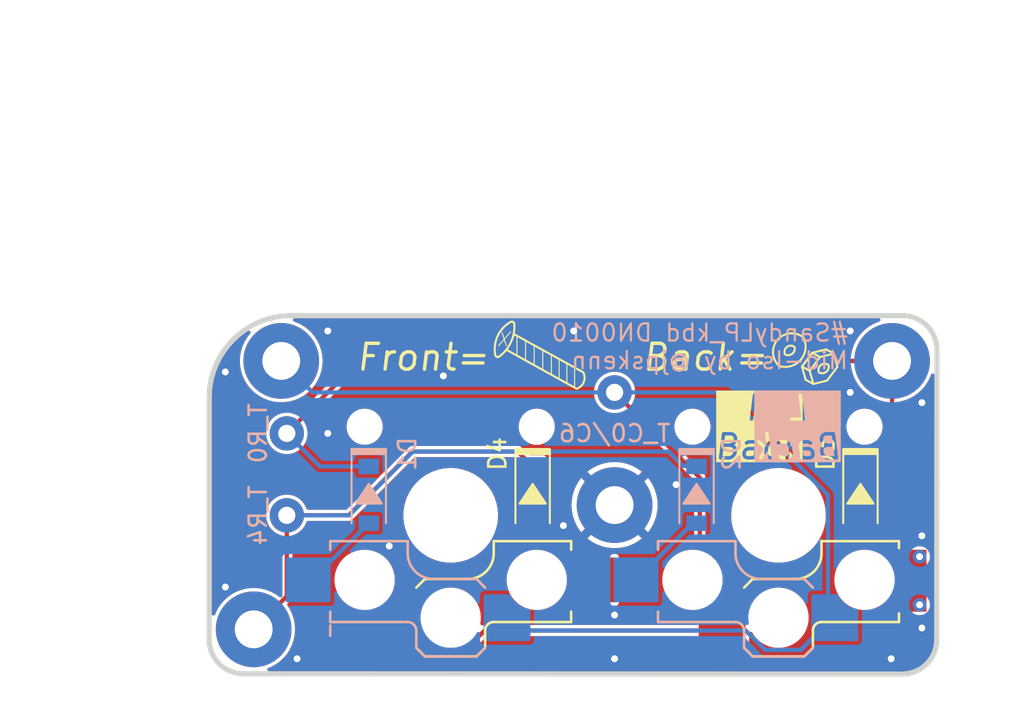
<source format=kicad_pcb>
(kicad_pcb (version 20240108) (generator "pcbnew") (generator_version "8.0")
  (title_block (title "Sandy") (date "2023-01-06") (rev "v.0") (company "@jpskenn"))
  (layers (0 "F.Cu" signal) (31 "B.Cu" signal) (34 "B.Paste" user) (35 "F.Paste" user) (36 "B.SilkS" user "B.Silkscreen") (37 "F.SilkS" user "F.Silkscreen") (38 "B.Mask" user) (39 "F.Mask" user) (44 "Edge.Cuts" user))
  (net 0 "")
  (net 1 "Net-(D1-A)")
  (net 2 "Net-(D2-A)")
  (net 3 "Mid_col0{slash}6")
  (net 4 "Net-(D3-A)")
  (net 5 "Mid_row4")
  (net 6 "Net-(D4-A)")
  (net 7 "Mid_row0")
  (net 8 "GND")
  (footprint "locallib:D_SOD-123_Emphasized_Direction_Line" (layer "F.Cu") (at 44.870935 48.434655 -90)
    (property "Reference" "D4" (at -2.38125 2.040625 90) (layer "F.SilkS"))
    (property "Value" "D")
    (fp_line (start -2.35 1) (end 1.65 1) (stroke (width 0.12)) (layer "F.SilkS"))
    (fp_line (start -2.35 -1) (end 1.65 -1) (stroke (width 0.12)) (layer "F.SilkS"))
    (fp_rect (start -2.375 -1) (end -2.665 1) (stroke (width 0.12)) (fill solid) (layer "F.SilkS"))
    (fp_poly (pts (xy 0.508 0.762) (xy -0.635 0) (xy 0.508 -0.762)) (stroke (width 0.12)) (fill solid) (layer "F.SilkS"))
    (pad "1" smd rect (at -1.65 0 270) (size 0.9 1.2) (layers "F.Cu" "F.Paste" "F.Mask") (net 5 "Mid_row4"))
    (pad "2" smd rect (at 1.65 0 270) (size 0.9 1.2) (layers "F.Cu" "F.Paste" "F.Mask") (net 6 "Net-(D4-A)"))
  )
  (footprint "locallib:SandyLP_outline_Mid_Isolated_Area_gentle_corner" (layer "F.Cu") (at 68.683435 59.15028)
    (property "Reference" "Cutout1" (hide yes))
    (property "Value" "60_Outline" (hide yes))
    (fp_line (start -42.6125 -2.314214) (end -42.6125 -16.36879) (stroke (width 0.3)) (layer "Edge.Cuts"))
    (fp_line (start -40.6125 -0.314214) (end -2.325 -0.3) (stroke (width 0.3)) (layer "Edge.Cuts"))
    (fp_line (start -37.85 -21.13129) (end -2.315 -21.13129) (stroke (width 0.3)) (layer "Edge.Cuts"))
    (fp_line (start -0.325 -2.3) (end -0.315 -19.13129) (stroke (width 0.3)) (layer "Edge.Cuts"))
    (fp_arc (start -42.6125 -16.36879) (mid -41.217596 -19.736386) (end -37.85 -21.13129) (stroke (width 0.3)) (layer "Edge.Cuts"))
    (fp_arc (start -40.6125 -0.314214) (mid -42.026714 -0.9) (end -42.6125 -2.314214) (stroke (width 0.3)) (layer "Edge.Cuts"))
    (fp_arc (start -2.315 -21.13129) (mid -0.900774 -20.545516) (end -0.315 -19.13129) (stroke (width 0.3)) (layer "Edge.Cuts"))
    (fp_arc (start -0.325 -2.3) (mid -0.910786 -0.885786) (end -2.325 -0.3) (stroke (width 0.3)) (layer "Edge.Cuts"))
  )
  (footprint "locallib:ICON_Screw_Long_Medium" (layer "F.Cu") (at 48.909729 40.961499 90)
    (property "Reference" "REF**")
    (property "Value" "ICON_Screw_Long_Medium")
    (fp_line (start 1.200117 -6.018574) (end 2.000117 -5.318574) (stroke (width 0.06)) (layer "F.SilkS"))
    (fp_line (start 1.950117 -5.818574) (end 1.200117 -5.568574) (stroke (width 0.06)) (layer "F.SilkS"))
    (fp_line (start 0.95 -5.55) (end -1.3 -1.5) (stroke (width 0.12)) (layer "F.SilkS"))
    (fp_line (start 1.85 -5.1) (end -0.35 -1.1) (stroke (width 0.12)) (layer "F.SilkS"))
    (fp_line (start 0.675 -4.95) (end 1.725 -4.95) (stroke (width 0.06)) (layer "F.SilkS"))
    (fp_line (start 0.375 -4.45) (end 1.425 -4.45) (stroke (width 0.06)) (layer "F.SilkS"))
    (fp_line (start 0.125 -3.95) (end 1.175 -3.95) (stroke (width 0.06)) (layer "F.SilkS"))
    (fp_line (start -0.175 -3.45) (end 0.875 -3.45) (stroke (width 0.06)) (layer "F.SilkS"))
    (fp_line (start -0.425 -2.95) (end 0.625 -2.95) (stroke (width 0.06)) (layer "F.SilkS"))
    (fp_line (start -0.675 -2.5) (end 0.375 -2.5) (stroke (width 0.06)) (layer "F.SilkS"))
    (fp_line (start -0.925 -2.05) (end 0.125 -2.05) (stroke (width 0.06)) (layer "F.SilkS"))
    (fp_line (start -1.175 -1.6) (end -0.125 -1.6) (stroke (width 0.06)) (layer "F.SilkS"))
    (fp_arc (start 0.665318 -6.21362) (mid 1.74926 -6.077071) (end 2.5615 -5.346425) (stroke (width 0.12)) (layer "F.SilkS"))
    (fp_arc (start 0.582958 -5.961016) (mid 0.542323 -6.113993) (end 0.665318 -6.21362) (stroke (width 0.12)) (layer "F.SilkS"))
    (fp_arc (start 2.557784 -5.343159) (mid 2.58557 -5.201266) (end 2.475824 -5.107132) (stroke (width 0.12)) (layer "F.SilkS"))
    (fp_arc (start 2.475824 -5.107131) (mid 1.399999 -5.299999) (end 0.555319 -5.993622) (stroke (width 0.12)) (layer "F.SilkS"))
    (fp_arc (start -0.35 -1.1) (mid -0.918136 -1.068963) (end -1.308578 -1.482842) (stroke (width 0.12)) (layer "F.SilkS"))
  )
  (footprint "locallib:D_SOD-123_Emphasized_Direction_Line" (layer "F.Cu") (at 63.920935 48.434655 -90)
    (property "Reference" "D3" (at -2.38125 2.021875 90) (layer "F.SilkS"))
    (property "Value" "D")
    (fp_line (start -2.35 1) (end 1.65 1) (stroke (width 0.12)) (layer "F.SilkS"))
    (fp_line (start -2.35 -1) (end 1.65 -1) (stroke (width 0.12)) (layer "F.SilkS"))
    (fp_rect (start -2.375 -1) (end -2.665 1) (stroke (width 0.12)) (fill solid) (layer "F.SilkS"))
    (fp_poly (pts (xy 0.508 0.762) (xy -0.635 0) (xy 0.508 -0.762)) (stroke (width 0.12)) (fill solid) (layer "F.SilkS"))
    (pad "1" smd rect (at -1.65 0 270) (size 0.9 1.2) (layers "F.Cu" "F.Paste" "F.Mask") (net 7 "Mid_row0"))
    (pad "2" smd rect (at 1.65 0 270) (size 0.9 1.2) (layers "F.Cu" "F.Paste" "F.Mask") (net 4 "Net-(D3-A)"))
  )
  (footprint "locallib:Kailh_socket_ChocV2_for_Reverse" (layer "F.Cu") (at 40.108435 49.62528)
    (property "Reference" "SW_TAB1")
    (property "Value" "SW_Push")
    (fp_line (start -7 1.5) (end -7 2) (stroke (width 0.15)) (layer "B.SilkS"))
    (fp_line (start -7 5.6) (end -7 6.2) (stroke (width 0.15)) (layer "B.SilkS"))
    (fp_line (start -7 6.2) (end -2.5 6.2) (stroke (width 0.15)) (layer "B.SilkS"))
    (fp_line (start -2.5 1.5) (end -7 1.5) (stroke (width 0.15)) (layer "B.SilkS"))
    (fp_line (start -2.5 2.2) (end -2.5 1.5) (stroke (width 0.15)) (layer "B.SilkS"))
    (fp_line (start -2 6.7) (end -2 7.7) (stroke (width 0.15)) (layer "B.SilkS"))
    (fp_line (start -1.5 8.2) (end -2 7.7) (stroke (width 0.15)) (layer "B.SilkS"))
    (fp_line (start 1.5 3.7) (end -1 3.7) (stroke (width 0.15)) (layer "B.SilkS"))
    (fp_line (start 1.5 8.2) (end -1.5 8.2) (stroke (width 0.15)) (layer "B.SilkS"))
    (fp_line (start 2 4.2) (end 1.5 3.7) (stroke (width 0.15)) (layer "B.SilkS"))
    (fp_line (start 2 7.7) (end 1.5 8.2) (stroke (width 0.15)) (layer "B.SilkS"))
    (fp_arc (start -2.5 6.2) (mid -2.146447 6.346447) (end -2 6.7) (stroke (width 0.15)) (layer "B.SilkS"))
    (fp_arc (start -1 3.7) (mid -2.06066 3.26066) (end -2.5 2.2) (stroke (width 0.15)) (layer "B.SilkS"))
    (pad "" np_thru_hole circle (at -5 3.75) (size 3 3) (drill 3) (layers "*.Cu" "*.Mask"))
    (pad "" np_thru_hole circle (at 0 0) (size 5 5) (drill 5) (layers "*.Cu" "*.Mask"))
    (pad "" np_thru_hole circle (at 0 5.95) (size 3 3) (drill 3) (layers "*.Cu" "*.Mask"))
    (pad "" np_thru_hole circle (at 5 -5.15) (size 1.6 1.6) (drill 1.6) (layers "F&B.Cu" "*.Mask"))
    (pad "1" smd custom (at 2.8125 6.3) (size 1.675 1.9) (layers "B.Cu" "B.Paste" "B.Mask") (net 3 "Mid_col0{slash}6") (options (clearance outline) (anchor rect)) (primitives (gr_poly (pts (xy -0.8375 -1.65) (xy -0.8375 0.95) (xy 1.7625 0.95) (xy 1.7625 -0.78) (xy 1.3075 -0.93) (xy 0.8375 -1.28) (xy 0.5875 -1.65)) (width 0.12) (fill yes))))
    (pad "2" smd rect (at -8.275 3.75) (size 2.6 2.6) (layers "B.Cu" "B.Paste" "B.Mask") (net 1 "Net-(D1-A)"))
  )
  (footprint "locallib:Kailh_socket_ChocV2_for_Reverse" (layer "F.Cu") (at 59.158435 49.62528)
    (property "Reference" "SW_Q1")
    (property "Value" "SW_Push")
    (fp_line (start -7 1.5) (end -7 2) (stroke (width 0.15)) (layer "B.SilkS"))
    (fp_line (start -7 5.6) (end -7 6.2) (stroke (width 0.15)) (layer "B.SilkS"))
    (fp_line (start -7 6.2) (end -2.5 6.2) (stroke (width 0.15)) (layer "B.SilkS"))
    (fp_line (start -2.5 1.5) (end -7 1.5) (stroke (width 0.15)) (layer "B.SilkS"))
    (fp_line (start -2.5 2.2) (end -2.5 1.5) (stroke (width 0.15)) (layer "B.SilkS"))
    (fp_line (start -2 6.7) (end -2 7.7) (stroke (width 0.15)) (layer "B.SilkS"))
    (fp_line (start -1.5 8.2) (end -2 7.7) (stroke (width 0.15)) (layer "B.SilkS"))
    (fp_line (start 1.5 3.7) (end -1 3.7) (stroke (width 0.15)) (layer "B.SilkS"))
    (fp_line (start 1.5 8.2) (end -1.5 8.2) (stroke (width 0.15)) (layer "B.SilkS"))
    (fp_line (start 2 4.2) (end 1.5 3.7) (stroke (width 0.15)) (layer "B.SilkS"))
    (fp_line (start 2 7.7) (end 1.5 8.2) (stroke (width 0.15)) (layer "B.SilkS"))
    (fp_arc (start -2.5 6.2) (mid -2.146447 6.346447) (end -2 6.7) (stroke (width 0.15)) (layer "B.SilkS"))
    (fp_arc (start -1 3.7) (mid -2.06066 3.26066) (end -2.5 2.2) (stroke (width 0.15)) (layer "B.SilkS"))
    (pad "" np_thru_hole circle (at -5 3.75) (size 3 3) (drill 3) (layers "*.Cu" "*.Mask"))
    (pad "" np_thru_hole circle (at 0 0) (size 5 5) (drill 5) (layers "*.Cu" "*.Mask"))
    (pad "" np_thru_hole circle (at 0 5.95) (size 3 3) (drill 3) (layers "*.Cu" "*.Mask"))
    (pad "" np_thru_hole circle (at 5 -5.15) (size 1.6 1.6) (drill 1.6) (layers "F&B.Cu" "*.Mask"))
    (pad "1" smd custom (at 2.8125 6.3) (size 1.675 1.9) (layers "B.Cu" "B.Paste" "B.Mask") (net 3 "Mid_col0{slash}6") (options (clearance outline) (anchor rect)) (primitives (gr_poly (pts (xy -0.8375 -1.65) (xy -0.8375 0.95) (xy 1.7625 0.95) (xy 1.7625 -0.78) (xy 1.3075 -0.93) (xy 0.8375 -1.28) (xy 0.5875 -1.65)) (width 0.12) (fill yes))))
    (pad "2" smd rect (at -8.275 3.75) (size 2.6 2.6) (layers "B.Cu" "B.Paste" "B.Mask") (net 2 "Net-(D2-A)"))
  )
  (footprint "locallib:ICON_Nut & Washer" (layer "F.Cu") (at 58.17168 40.626872 -90)
    (property "Reference" "REF**")
    (property "Value" "ICON_Nut & Washer")
    (fp_line (start 0.35 -2.35) (end 1.115506 -2.56351) (stroke (width 0.12)) (layer "F.SilkS"))
    (fp_line (start 0.35 -2.35) (end 0.6 -2.8) (stroke (width 0.12)) (layer "F.SilkS"))
    (fp_line (start 1.115506 -2.56351) (end 1.365506 -3.01351) (stroke (width 0.12)) (layer "F.SilkS"))
    (fp_line (start 0.6 -2.8) (end 1.365506 -3.01351) (stroke (width 0.12)) (layer "F.SilkS"))
    (fp_line (start -0.45 -2.95) (end 0.35 -2.35) (stroke (width 0.12)) (layer "F.SilkS"))
    (fp_line (start -0.45 -2.95) (end -0.2 -3.4) (stroke (width 0.12)) (layer "F.SilkS"))
    (fp_line (start -0.2 -3.4) (end 0.6 -2.8) (stroke (width 0.12)) (layer "F.SilkS"))
    (fp_line (start -0.65 -3.75) (end -0.45 -2.95) (stroke (width 0.12)) (layer "F.SilkS"))
    (fp_line (start -0.65 -3.75) (end -0.4 -4.2) (stroke (width 0.12)) (layer "F.SilkS"))
    (fp_line (start 1.165506 -3.81351) (end 1.365506 -3.01351) (stroke (width 0.12)) (layer "F.SilkS"))
    (fp_line (start -0.4 -4.2) (end -0.2 -3.4) (stroke (width 0.12)) (layer "F.SilkS"))
    (fp_line (start -0.4 -4.2) (end 0.365506 -4.41351) (stroke (width 0.12)) (layer "F.SilkS"))
    (fp_line (start 0.365506 -4.41351) (end 1.165506 -3.81351) (stroke (width 0.12)) (layer "F.SilkS"))
    (fp_arc (start 0.318942 -1.033187) (mid -1.204301 -0.931784) (end -1.326964 -2.453463) (stroke (width 0.12)) (layer "F.SilkS"))
    (fp_arc (start -0.378178 -1.358526) (mid -0.787708 -1.474534) (end -0.8 -1.9) (stroke (width 0.12)) (layer "F.SilkS"))
    (fp_arc (start -0.777661 -1.925) (mid -0.387758 -1.783483) (end -0.35 -1.370415) (stroke (width 0.12)) (layer "F.SilkS"))
    (fp_arc (start -1.332701 -2.440097) (mid -0.050511 -2.285659) (end 0.325 -1.05) (stroke (width 0.12)) (layer "F.SilkS"))
    (fp_arc (start 0.671822 -3.333526) (mid 0.262252 -3.449499) (end 0.25 -3.875) (stroke (width 0.12)) (layer "F.SilkS"))
    (fp_arc (start 0.272339 -3.9) (mid 0.662245 -3.758486) (end 0.7 -3.345415) (stroke (width 0.12)) (layer "F.SilkS"))
  )
  (footprint "locallib:MountingHole_2.2mm_M2_Pad_minimal" (layer "B.Cu") (at 49.633435 49.029977 180)
    (property "Reference" "H4" (hide yes))
    (property "Value" "MountingHole")
    (pad "1" thru_hole circle (at 0 0 180) (size 4.4 4.4) (drill 2.2) (layers "*.Cu" "*.Mask") (net 8 "GND"))
  )
  (footprint "locallib:D_SOD-123_Emphasized_Direction_Line" (layer "B.Cu") (at 35.345935 48.434655 -90)
    (property "Reference" "D1" (at -2.38125 -2.240625 90) (layer "B.SilkS") (effects (justify mirror)))
    (property "Value" "D")
    (fp_line (start 1.65 1) (end -2.35 1) (stroke (width 0.12)) (layer "B.SilkS"))
    (fp_line (start 1.65 -1) (end -2.35 -1) (stroke (width 0.12)) (layer "B.SilkS"))
    (fp_rect (start -2.665 -1) (end -2.375 1) (stroke (width 0.12)) (fill solid) (layer "B.SilkS"))
    (fp_poly (pts (xy 0.508 -0.762) (xy -0.635 0) (xy 0.508 0.762)) (stroke (width 0.12)) (fill solid) (layer "B.SilkS"))
    (pad "1" smd rect (at -1.65 0 270) (size 0.9 1.2) (layers "B.Cu" "B.Paste" "B.Mask") (net 7 "Mid_row0"))
    (pad "2" smd rect (at 1.65 0 270) (size 0.9 1.2) (layers "B.Cu" "B.Paste" "B.Mask") (net 1 "Net-(D1-A)"))
  )
  (footprint "locallib:TestPoint_THTPad_D2.0mm_Drill1.0mm" (layer "B.Cu") (at 49.633435 42.48153 180)
    (property "Reference" "T_C0/C6" (at 0 -2.38125 0) (layer "B.SilkS") (effects (justify mirror)))
    (property "Value" "Conn_01x01")
    (pad "1" thru_hole circle (at 0 0 180) (size 2 2) (drill 1) (layers "*.Cu" "*.Mask") (net 3 "Mid_col0{slash}6"))
  )
  (footprint "locallib:Kailh_socket_ChocV2_small_#2pad_for_Reverse_no_hole" (layer "B.Cu") (at 59.158435 49.62528 180)
    (property "Reference" "SW_P1")
    (property "Value" "SW_Push")
    (fp_line (start 1.5 -3.7) (end 2 -4.2) (stroke (width 0.15)) (layer "F.SilkS"))
    (fp_line (start 1.5 -8.2) (end 2 -7.7) (stroke (width 0.15)) (layer "F.SilkS"))
    (fp_line (start -1 -3.7) (end 1.5 -3.7) (stroke (width 0.15)) (layer "F.SilkS"))
    (fp_line (start -1.5 -8.2) (end 1.5 -8.2) (stroke (width 0.15)) (layer "F.SilkS"))
    (fp_line (start -2 -7.7) (end -1.5 -8.2) (stroke (width 0.15)) (layer "F.SilkS"))
    (fp_line (start -2 -7.7) (end -2 -6.7) (stroke (width 0.15)) (layer "F.SilkS"))
    (fp_line (start -2.5 -1.5) (end -2.5 -2.2) (stroke (width 0.15)) (layer "F.SilkS"))
    (fp_line (start -2.5 -6.2) (end -7 -6.2) (stroke (width 0.15)) (layer "F.SilkS"))
    (fp_line (start -7 -1.5) (end -2.5 -1.5) (stroke (width 0.15)) (layer "F.SilkS"))
    (fp_line (start -7 -1.9) (end -7 -1.5) (stroke (width 0.15)) (layer "F.SilkS"))
    (fp_line (start -7 -6.2) (end -7 -5.7) (stroke (width 0.15)) (layer "F.SilkS"))
    (fp_arc (start -2 -6.7) (mid -2.146447 -6.346447) (end -2.5 -6.2) (stroke (width 0.15)) (layer "F.SilkS"))
    (fp_arc (start -2.5 -2.2) (mid -2.06066 -3.26066) (end -1 -3.7) (stroke (width 0.15)) (layer "F.SilkS"))
    (pad "" np_thru_hole circle (at -5 -3.75 180) (size 3 3) (drill 3) (layers "*.Cu" "*.Mask"))
    (pad "" np_thru_hole circle (at 5 5.15 180) (size 1.6 1.6) (drill 1.6) (layers "F&B.Cu" "*.Mask"))
    (pad "1" smd custom (at 2.8 -6.3375 180) (size 1.65 1.825) (layers "F.Cu" "F.Paste" "F.Mask") (net 3 "Mid_col0{slash}6") (options (clearance outline) (anchor rect)) (primitives (gr_poly (pts (xy -0.825 1.6875) (xy 0.6 1.6875) (xy 0.85 1.3125) (xy 1.325 0.9625) (xy 1.775 0.8125) (xy 1.775 -0.9125) (xy -0.825 -0.9125)) (width 0.12) (fill yes))))
    (pad "2" thru_hole circle (at -8.2 -5.2 180) (size 0.8 0.8) (drill 0.4) (layers "*.Cu" "*.Mask") (net 4 "Net-(D3-A)"))
    (pad "2" thru_hole circle (at -8.2 -2.4 180) (size 0.8 0.8) (drill 0.4) (layers "*.Cu" "*.Mask") (net 4 "Net-(D3-A)"))
    (pad "2" smd rect (at -7.7875 -3.8 180) (size 1.625 3.6) (layers "F.Cu" "F.Paste" "F.Mask") (net 4 "Net-(D3-A)"))
  )
  (footprint "locallib:MountingHole_2.2mm_M2_Pad_minimal" (layer "B.Cu") (at 28.658435 56.25028 180)
    (property "Reference" "H2" (hide yes))
    (property "Value" "MountingHole")
    (pad "1" thru_hole circle (at 0 0 180) (size 4.4 4.4) (drill 2.2) (layers "*.Cu" "*.Mask") (net 5 "Mid_row4"))
  )
  (footprint "locallib:MountingHole_2.2mm_M2_Pad_minimal" (layer "B.Cu") (at 65.758435 40.65028)
    (property "Reference" "H3" (hide yes))
    (property "Value" "MountingHole")
    (pad "1" thru_hole circle (at 0 0) (size 4.4 4.4) (drill 2.2) (layers "*.Cu" "*.Mask") (net 7 "Mid_row0"))
  )
  (footprint "locallib:MountingHole_2.2mm_M2_Pad_minimal" (layer "B.Cu") (at 30.258435 40.65028)
    (property "Reference" "H1" (hide yes))
    (property "Value" "MountingHole")
    (pad "1" thru_hole circle (at 0 0) (size 4.4 4.4) (drill 2.2) (layers "*.Cu" "*.Mask") (net 3 "Mid_col0{slash}6"))
  )
  (footprint "locallib:TestPoint_THTPad_D2.0mm_Drill1.0mm" (layer "B.Cu") (at 30.583435 44.86278)
    (property "Reference" "T_R0" (at -1.675 0 90) (layer "B.SilkS") (effects (justify mirror)))
    (property "Value" "Conn_01x01")
    (pad "1" thru_hole circle (at 0 0) (size 2 2) (drill 1) (layers "*.Cu" "*.Mask") (net 7 "Mid_row0"))
  )
  (footprint "locallib:D_SOD-123_Emphasized_Direction_Line" (layer "B.Cu") (at 54.395935 48.434655 -90)
    (property "Reference" "D2" (at -2.38125 -2.040625 90) (layer "B.SilkS") (effects (justify mirror)))
    (property "Value" "D")
    (fp_line (start 1.65 1) (end -2.35 1) (stroke (width 0.12)) (layer "B.SilkS"))
    (fp_line (start 1.65 -1) (end -2.35 -1) (stroke (width 0.12)) (layer "B.SilkS"))
    (fp_rect (start -2.665 -1) (end -2.375 1) (stroke (width 0.12)) (fill solid) (layer "B.SilkS"))
    (fp_poly (pts (xy 0.508 -0.762) (xy -0.635 0) (xy 0.508 0.762)) (stroke (width 0.12)) (fill solid) (layer "B.SilkS"))
    (pad "1" smd rect (at -1.65 0 270) (size 0.9 1.2) (layers "B.Cu" "B.Paste" "B.Mask") (net 5 "Mid_row4"))
    (pad "2" smd rect (at 1.65 0 270) (size 0.9 1.2) (layers "B.Cu" "B.Paste" "B.Mask") (net 2 "Net-(D2-A)"))
  )
  (footprint "locallib:Kailh_socket_ChocV2_for_Reverse_no_hole" (layer "B.Cu") (at 40.108435 49.62528 180)
    (property "Reference" "SW_BS1")
    (property "Value" "SW_Push")
    (fp_line (start 7 -7) (end 7 -6.4) (stroke (width 0.15)) (layer "B.SilkS"))
    (fp_line (start 1.5 -3.7) (end 2 -4.2) (stroke (width 0.15)) (layer "F.SilkS"))
    (fp_line (start 1.5 -8.2) (end 2 -7.7) (stroke (width 0.15)) (layer "F.SilkS"))
    (fp_line (start -1 -3.7) (end 1.5 -3.7) (stroke (width 0.15)) (layer "F.SilkS"))
    (fp_line (start -1.5 -8.2) (end 1.5 -8.2) (stroke (width 0.15)) (layer "F.SilkS"))
    (fp_line (start -2 -7.7) (end -1.5 -8.2) (stroke (width 0.15)) (layer "F.SilkS"))
    (fp_line (start -2 -7.7) (end -2 -6.7) (stroke (width 0.15)) (layer "F.SilkS"))
    (fp_line (start -2.5 -1.5) (end -2.5 -2.2) (stroke (width 0.15)) (layer "F.SilkS"))
    (fp_line (start -2.5 -6.2) (end -7 -6.2) (stroke (width 0.15)) (layer "F.SilkS"))
    (fp_line (start -7 -1.5) (end -2.5 -1.5) (stroke (width 0.15)) (layer "F.SilkS"))
    (fp_line (start -7 -2) (end -7 -1.5) (stroke (width 0.15)) (layer "F.SilkS"))
    (fp_line (start -7 -6.2) (end -7 -5.6) (stroke (width 0.15)) (layer "F.SilkS"))
    (fp_arc (start -2 -6.7) (mid -2.146447 -6.346447) (end -2.5 -6.2) (stroke (width 0.15)) (layer "F.SilkS"))
    (fp_arc (start -2.5 -2.2) (mid -2.06066 -3.26066) (end -1 -3.7) (stroke (width 0.15)) (layer "F.SilkS"))
    (pad "" np_thru_hole circle (at -5 -3.75 180) (size 3 3) (drill 3) (layers "*.Cu" "*.Mask"))
    (pad "" np_thru_hole circle (at 5 5.15 180) (size 1.6 1.6) (drill 1.6) (layers "F&B.Cu" "*.Mask"))
    (pad "1" smd custom (at 2.8125 -6.3 180) (size 1.675 1.9) (layers "F.Cu" "F.Paste" "F.Mask") (net 3 "Mid_col0{slash}6") (options (clearance outline) (anchor rect)) (primitives (gr_poly (pts (xy -0.8375 1.65) (xy -0.8375 -0.95) (xy 1.7625 -0.95) (xy 1.7625 0.78) (xy 1.3075 0.93) (xy 0.8375 1.28) (xy 0.5875 1.65)) (width 0.12) (fill yes))))
    (pad "2" smd rect (at -8.275 -3.75 180) (size 2.6 2.6) (layers "F.Cu" "F.Paste" "F.Mask") (net 6 "Net-(D4-A)"))
  )
  (footprint "locallib:TestPoint_THTPad_D2.0mm_Drill1.0mm" (layer "B.Cu") (at 30.583435 49.62528)
    (property "Reference" "T_R4" (at -1.675 0 90) (layer "B.SilkS") (effects (justify mirror)))
    (property "Value" "Conn_01x01")
    (pad "1" thru_hole circle (at 0 0) (size 2 2) (drill 1) (layers "*.Cu" "*.Mask") (net 5 "Mid_row4"))
  )
  (gr_text "L\nBack" (at 60.34906 44.51903 0) (layer "B.SilkS" knockout) (effects (font (size 1.4 1.4) (thickness 0.2) (italic yes)) (justify mirror)))
  (gr_text "#SandyLP_kbd DN0010\nMid-Iso by @jpskenn" (at 63.283435 39.81903 0) (layer "B.SilkS") (effects (font (size 1 1) (thickness 0.13)) (justify left mirror)))
  (gr_text "Back=" (at 54.883435 41.31903 0) (layer "F.SilkS") (effects (font (size 1.5 1.5) (thickness 0.2) (italic yes)) (justify bottom)))
  (gr_text "Front=" (at 38.483435 41.31903 0) (layer "F.SilkS") (effects (font (size 1.5 1.5) (thickness 0.2) (italic yes)) (justify bottom)))
  (gr_text "R\nBack" (at 57.96781 44.51903 0) (layer "F.SilkS" knockout) (effects (font (size 1.4 1.4) (thickness 0.2) (italic yes))))
  (segment (start 31.833435 53.37528) (end 32.05531 53.37528) (width 0.25) (layer "B.Cu") (net 1))
  (segment (start 32.05531 53.37528) (end 35.345935 50.084655) (width 0.25) (layer "B.Cu") (net 1))
  (segment (start 50.883435 53.37528) (end 54.17406 50.084655) (width 0.25) (layer "B.Cu") (net 2))
  (segment (start 54.17406 50.084655) (end 54.395935 50.084655) (width 0.25) (layer "B.Cu") (net 2))
  (segment (start 37.295935 55.92528) (end 38.820935 57.45028) (width 0.25) (layer "F.Cu") (net 3))
  (segment (start 49.633435 42.48153) (end 54.583435 47.43153) (width 0.25) (layer "F.Cu") (net 3))
  (segment (start 40.952185 57.45028) (end 42.083435 56.31903) (width 0.25) (layer "F.Cu") (net 3))
  (segment (start 54.583435 51.11903) (end 56.033435 52.56903) (width 0.25) (layer "F.Cu") (net 3))
  (segment (start 56.033435 55.63778) (end 56.358435 55.96278) (width 0.25) (layer "F.Cu") (net 3))
  (segment (start 56.002185 56.31903) (end 56.358435 55.96278) (width 0.25) (layer "F.Cu") (net 3))
  (segment (start 42.083435 56.31903) (end 56.002185 56.31903) (width 0.25) (layer "F.Cu") (net 3))
  (segment (start 54.583435 47.43153) (end 54.583435 51.11903) (width 0.25) (layer "F.Cu") (net 3))
  (segment (start 38.820935 57.45028) (end 40.952185 57.45028) (width 0.25) (layer "F.Cu") (net 3))
  (segment (start 56.033435 52.56903) (end 56.033435 55.63778) (width 0.25) (layer "F.Cu") (net 3))
  (segment (start 32.089685 42.48153) (end 30.258435 40.65028) (width 0.25) (layer "B.Cu") (net 3))
  (segment (start 56.080549 42.48153) (end 62.033435 48.434416) (width 0.25) (layer "B.Cu") (net 3))
  (segment (start 60.445935 57.45028) (end 61.970935 55.92528) (width 0.25) (layer "B.Cu") (net 3))
  (segment (start 62.033435 48.434416) (end 62.033435 55.86278) (width 0.25) (layer "B.Cu") (net 3))
  (segment (start 49.633435 42.48153) (end 32.089685 42.48153) (width 0.25) (layer "B.Cu") (net 3))
  (segment (start 49.633435 42.48153) (end 56.080549 42.48153) (width 0.25) (layer "B.Cu") (net 3))
  (segment (start 42.920935 55.92528) (end 43.314685 56.31903) (width 0.25) (layer "B.Cu") (net 3))
  (segment (start 57.250535 56.31903) (end 58.381785 57.45028) (width 0.25) (layer "B.Cu") (net 3))
  (segment (start 62.033435 55.86278) (end 61.970935 55.92528) (width 0.25) (layer "B.Cu") (net 3))
  (segment (start 58.381785 57.45028) (end 60.445935 57.45028) (width 0.25) (layer "B.Cu") (net 3))
  (segment (start 43.314685 56.31903) (end 57.250535 56.31903) (width 0.25) (layer "B.Cu") (net 3))
  (segment (start 67.358435 52.02528) (end 65.86156 52.02528) (width 0.25) (layer "F.Cu") (net 4))
  (segment (start 65.86156 52.02528) (end 63.920935 50.084655) (width 0.25) (layer "F.Cu") (net 4))
  (segment (start 34.177185 49.62528) (end 30.583435 49.62528) (width 0.25) (layer "F.Cu") (net 5))
  (segment (start 30.583435 54.32528) (end 30.583435 49.62528) (width 0.25) (layer "F.Cu") (net 5))
  (segment (start 44.870935 46.784655) (end 44.00531 45.91903) (width 0.25) (layer "F.Cu") (net 5))
  (segment (start 44.00531 45.91903) (end 37.883435 45.91903) (width 0.25) (layer "F.Cu") (net 5))
  (segment (start 28.658435 56.25028) (end 30.583435 54.32528) (width 0.25) (layer "F.Cu") (net 5))
  (segment (start 37.883435 45.91903) (end 34.177185 49.62528) (width 0.25) (layer "F.Cu") (net 5))
  (segment (start 54.395935 46.784655) (end 54.36156 46.75028) (width 0.25) (layer "B.Cu") (net 5))
  (segment (start 34.20531 49.62528) (end 30.583435 49.62528) (width 0.25) (layer "B.Cu") (net 5))
  (segment (start 53.614685 46.75028) (end 52.783435 45.91903) (width 0.25) (layer "B.Cu") (net 5))
  (segment (start 54.36156 46.75028) (end 53.614685 46.75028) (width 0.25) (layer "B.Cu") (net 5))
  (segment (start 37.91156 45.91903) (end 34.20531 49.62528) (width 0.25) (layer "B.Cu") (net 5))
  (segment (start 52.783435 45.91903) (end 37.91156 45.91903) (width 0.25) (layer "B.Cu") (net 5))
  (segment (start 48.16156 53.37528) (end 44.870935 50.084655) (width 0.25) (layer "F.Cu") (net 6))
  (segment (start 48.383435 53.37528) (end 48.16156 53.37528) (width 0.25) (layer "F.Cu") (net 6))
  (segment (start 34.795935 40.65028) (end 30.583435 44.86278) (width 0.25) (layer "F.Cu") (net 7))
  (segment (start 65.758435 45.097155) (end 65.758435 40.65028) (width 0.25) (layer "F.Cu") (net 7))
  (segment (start 64.070935 46.784655) (end 65.758435 45.097155) (width 0.25) (layer "F.Cu") (net 7))
  (segment (start 65.758435 40.65028) (end 34.795935 40.65028) (width 0.25) (layer "F.Cu") (net 7))
  (segment (start 63.920935 46.784655) (end 64.070935 46.784655) (width 0.25) (layer "F.Cu") (net 7))
  (segment (start 32.50531 46.784655) (end 30.583435 44.86278) (width 0.25) (layer "B.Cu") (net 7))
  (segment (start 35.345935 46.784655) (end 32.50531 46.784655) (width 0.25) (layer "B.Cu") (net 7))
  (via (at 32.964655 38.909656) (size 0.8) (drill 0.4) (layers "F.Cu" "B.Cu") (net 8))
  (via (at 27.011525 41.290908) (size 0.8) (drill 0.4) (layers "F.Cu" "B.Cu") (net 8))
  (via (at 39.683435 41.51903) (size 0.8) (drill 0.4) (layers "F.Cu" "B.Cu") (net 8))
  (via (at 67.492809 56.173733) (size 0.8) (drill 0.4) (layers "F.Cu" "B.Cu") (net 8))
  (via (at 47.252167 38.909656) (size 0.8) (drill 0.4) (layers "F.Cu" "B.Cu") (net 8))
  (via (at 67.492809 50.815916) (size 0.8) (drill 0.4) (layers "F.Cu" "B.Cu") (net 8))
  (via (at 27.011525 53.792481) (size 0.8) (drill 0.4) (layers "F.Cu" "B.Cu") (net 8))
  (via (at 49.633435 57.959655) (size 0.8) (drill 0.4) (layers "F.Cu" "B.Cu") (net 8))
  (via (at 31.178716 57.959672) (size 0.8) (drill 0.4) (layers "F.Cu" "B.Cu") (net 8))
  (via (at 46.656854 50.220603) (size 0.8) (drill 0.4) (layers "F.Cu" "B.Cu") (net 8))
  (via (at 67.492809 43.076847) (size 0.8) (drill 0.4) (layers "F.Cu" "B.Cu") (net 8))
  (via (at 32.964655 44.862786) (size 0.8) (drill 0.4) (layers "F.Cu" "B.Cu") (net 8))
  (via (at 63.325618 42.481534) (size 0.8) (drill 0.4) (layers "F.Cu" "B.Cu") (net 8))
  (via (at 65.70687 57.959672) (size 0.8) (drill 0.4) (layers "F.Cu" "B.Cu") (net 8))
  (via (at 49.633419 55.41903) (size 0.8) (drill 0.4) (layers "F.Cu" "B.Cu") (net 8))
  (via (at 53.205297 47.839351) (size 0.8) (drill 0.4) (layers "F.Cu" "B.Cu") (net 8))
  (via (at 36.536533 51.411229) (size 0.8) (drill 0.4) (layers "F.Cu" "B.Cu") (net 8))
  (via (at 63.325618 38.909656) (size 0.8) (drill 0.4) (layers "F.Cu" "B.Cu") (net 8))
  (zone (net 8) (net_name "GND") (layers "F&B.Cu") (connect_pads (clearance 0.2)) (min_thickness 0.2) (fill yes (thermal_gap 0.3) (thermal_bridge_width 0.5))
    (polygon (pts (xy 73.445935 61.53153) (xy 13.914685 61.53153) (xy 13.914685 21.05028) (xy 73.445935 21.05028)))
  )
)
</source>
